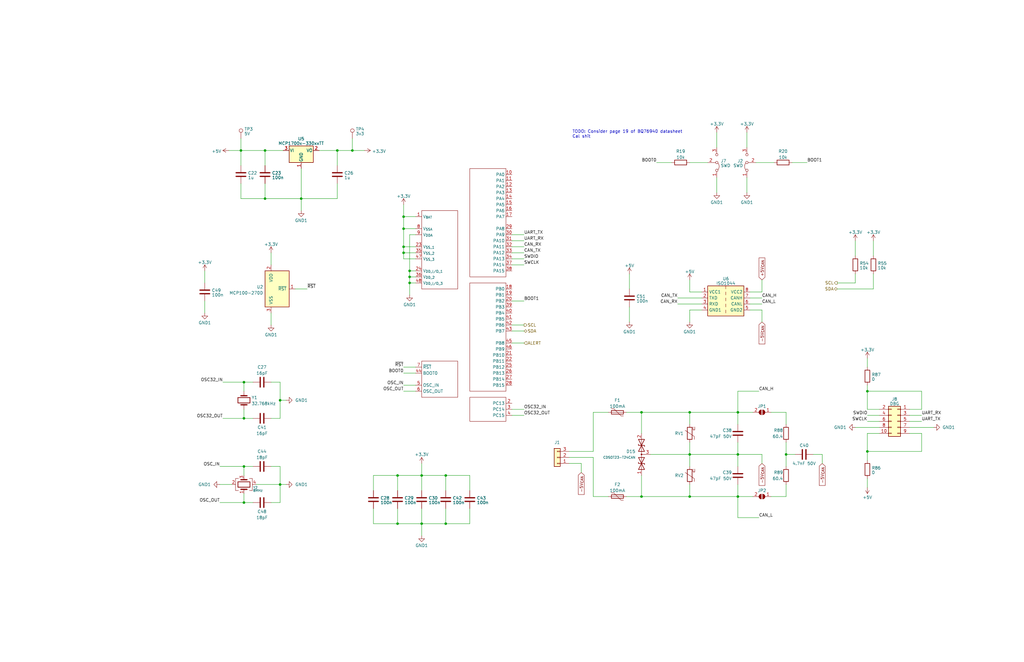
<source format=kicad_sch>
(kicad_sch (version 20230121) (generator eeschema)
  (paper "B")
  (junction (at 311.15 173.99))
  (junction (at 127 83.82))
  (junction (at 177.8 220.98))
  (junction (at 311.15 191.77))
  (junction (at 142.24 63.5))
  (junction (at 102.87 161.29))
  (junction (at 102.87 176.53))
  (junction (at 172.72 116.84))
  (junction (at 102.87 212.09))
  (junction (at 270.51 173.99))
  (junction (at 331.47 191.77))
  (junction (at 170.18 91.44))
  (junction (at 290.83 173.99))
  (junction (at 170.18 104.14))
  (junction (at 187.96 220.98))
  (junction (at 102.87 196.85))
  (junction (at 177.8 200.66))
  (junction (at 167.64 220.98))
  (junction (at 170.18 96.52))
  (junction (at 290.83 209.55))
  (junction (at 148.59 63.5))
  (junction (at 118.11 204.47))
  (junction (at 172.72 119.38))
  (junction (at 365.76 165.1))
  (junction (at 111.76 83.82))
  (junction (at 290.83 191.77))
  (junction (at 101.6 63.5))
  (junction (at 118.11 168.91))
  (junction (at 111.76 63.5))
  (junction (at 270.51 209.55))
  (junction (at 172.72 114.3))
  (junction (at 365.76 190.5))
  (junction (at 167.64 200.66))
  (junction (at 311.15 209.55))
  (junction (at 187.96 200.66))
  (junction (at 170.18 106.68))
  (wire (pts (xy 102.87 176.53) (xy 106.68 176.53)))
  (wire (pts (xy 118.11 196.85) (xy 118.11 204.47)))
  (wire (pts (xy 270.51 209.55) (xy 290.83 209.55)))
  (wire (pts (xy 142.24 77.47) (xy 142.24 83.82)))
  (wire (pts (xy 331.47 173.99) (xy 325.12 173.99)))
  (wire (pts (xy 302.26 55.88) (xy 302.26 62.23)))
  (wire (pts (xy 383.54 177.8) (xy 388.62 177.8)))
  (wire (pts (xy 187.96 220.98) (xy 187.96 214.63)))
  (wire (pts (xy 295.91 128.27) (xy 285.75 128.27)))
  (wire (pts (xy 250.19 173.99) (xy 256.54 173.99)))
  (wire (pts (xy 383.54 172.72) (xy 388.62 172.72)))
  (wire (pts (xy 365.76 182.88) (xy 365.76 190.5)))
  (wire (pts (xy 368.3 101.6) (xy 368.3 107.95)))
  (wire (pts (xy 295.91 125.73) (xy 285.75 125.73)))
  (wire (pts (xy 331.47 204.47) (xy 331.47 209.55)))
  (wire (pts (xy 311.15 204.47) (xy 311.15 209.55)))
  (wire (pts (xy 311.15 165.1) (xy 311.15 173.99)))
  (wire (pts (xy 198.12 220.98) (xy 198.12 214.63)))
  (wire (pts (xy 368.3 115.57) (xy 368.3 121.92)))
  (wire (pts (xy 172.72 119.38) (xy 172.72 116.84)))
  (wire (pts (xy 118.11 176.53) (xy 118.11 168.91)))
  (wire (pts (xy 331.47 209.55) (xy 325.12 209.55)))
  (wire (pts (xy 92.71 212.09) (xy 102.87 212.09)))
  (wire (pts (xy 250.19 209.55) (xy 256.54 209.55)))
  (wire (pts (xy 353.06 121.92) (xy 368.3 121.92)))
  (wire (pts (xy 102.87 165.1) (xy 102.87 161.29)))
  (wire (pts (xy 311.15 173.99) (xy 317.5 173.99)))
  (wire (pts (xy 220.98 172.72) (xy 215.9 172.72)))
  (wire (pts (xy 170.18 165.1) (xy 175.26 165.1)))
  (wire (pts (xy 172.72 116.84) (xy 175.26 116.84)))
  (wire (pts (xy 290.83 68.58) (xy 298.45 68.58)))
  (wire (pts (xy 111.76 63.5) (xy 119.38 63.5)))
  (wire (pts (xy 365.76 151.13) (xy 365.76 154.94)))
  (wire (pts (xy 388.62 182.88) (xy 383.54 182.88)))
  (wire (pts (xy 340.36 68.58) (xy 334.01 68.58)))
  (wire (pts (xy 170.18 96.52) (xy 170.18 104.14)))
  (wire (pts (xy 321.31 123.19) (xy 316.23 123.19)))
  (wire (pts (xy 167.64 200.66) (xy 167.64 207.01)))
  (wire (pts (xy 331.47 191.77) (xy 335.28 191.77)))
  (wire (pts (xy 92.71 196.85) (xy 102.87 196.85)))
  (wire (pts (xy 388.62 182.88) (xy 388.62 190.5)))
  (wire (pts (xy 86.36 127) (xy 86.36 132.08)))
  (wire (pts (xy 167.64 214.63) (xy 167.64 220.98)))
  (wire (pts (xy 365.76 162.56) (xy 365.76 165.1)))
  (wire (pts (xy 388.62 165.1) (xy 388.62 172.72)))
  (wire (pts (xy 102.87 200.66) (xy 102.87 196.85)))
  (wire (pts (xy 111.76 63.5) (xy 111.76 69.85)))
  (wire (pts (xy 198.12 200.66) (xy 187.96 200.66)))
  (wire (pts (xy 250.19 193.04) (xy 240.03 193.04)))
  (wire (pts (xy 331.47 186.69) (xy 331.47 191.77)))
  (wire (pts (xy 172.72 114.3) (xy 175.26 114.3)))
  (wire (pts (xy 118.11 161.29) (xy 118.11 168.91)))
  (wire (pts (xy 170.18 157.48) (xy 175.26 157.48)))
  (wire (pts (xy 170.18 104.14) (xy 170.18 106.68)))
  (wire (pts (xy 311.15 209.55) (xy 317.5 209.55)))
  (wire (pts (xy 316.23 128.27) (xy 321.31 128.27)))
  (wire (pts (xy 157.48 214.63) (xy 157.48 220.98)))
  (wire (pts (xy 170.18 162.56) (xy 175.26 162.56)))
  (wire (pts (xy 118.11 212.09) (xy 118.11 204.47)))
  (wire (pts (xy 265.43 115.57) (xy 265.43 121.92)))
  (wire (pts (xy 360.68 180.34) (xy 370.84 180.34)))
  (wire (pts (xy 311.15 173.99) (xy 311.15 179.07)))
  (wire (pts (xy 102.87 161.29) (xy 106.68 161.29)))
  (wire (pts (xy 101.6 77.47) (xy 101.6 83.82)))
  (wire (pts (xy 172.72 99.06) (xy 175.26 99.06)))
  (wire (pts (xy 177.8 220.98) (xy 177.8 226.06)))
  (wire (pts (xy 245.11 199.39) (xy 245.11 195.58)))
  (wire (pts (xy 114.3 106.68) (xy 114.3 111.76)))
  (wire (pts (xy 290.83 130.81) (xy 295.91 130.81)))
  (wire (pts (xy 114.3 212.09) (xy 118.11 212.09)))
  (wire (pts (xy 86.36 114.3) (xy 86.36 119.38)))
  (wire (pts (xy 187.96 220.98) (xy 198.12 220.98)))
  (wire (pts (xy 311.15 186.69) (xy 311.15 191.77)))
  (wire (pts (xy 346.71 191.77) (xy 342.9 191.77)))
  (wire (pts (xy 215.9 137.16) (xy 220.98 137.16)))
  (wire (pts (xy 167.64 220.98) (xy 177.8 220.98)))
  (wire (pts (xy 172.72 119.38) (xy 172.72 124.46)))
  (wire (pts (xy 250.19 193.04) (xy 250.19 209.55)))
  (wire (pts (xy 102.87 212.09) (xy 106.68 212.09)))
  (wire (pts (xy 290.83 135.89) (xy 290.83 130.81)))
  (wire (pts (xy 172.72 114.3) (xy 172.72 99.06)))
  (wire (pts (xy 167.64 200.66) (xy 177.8 200.66)))
  (wire (pts (xy 365.76 175.26) (xy 370.84 175.26)))
  (wire (pts (xy 177.8 214.63) (xy 177.8 220.98)))
  (wire (pts (xy 215.9 101.6) (xy 220.98 101.6)))
  (wire (pts (xy 314.96 62.23) (xy 314.96 55.88)))
  (wire (pts (xy 331.47 191.77) (xy 331.47 196.85)))
  (wire (pts (xy 321.31 118.11) (xy 321.31 123.19)))
  (wire (pts (xy 148.59 63.5) (xy 153.67 63.5)))
  (wire (pts (xy 111.76 77.47) (xy 111.76 83.82)))
  (wire (pts (xy 264.16 173.99) (xy 270.51 173.99)))
  (wire (pts (xy 157.48 200.66) (xy 157.48 207.01)))
  (wire (pts (xy 198.12 207.01) (xy 198.12 200.66)))
  (wire (pts (xy 383.54 175.26) (xy 388.62 175.26)))
  (wire (pts (xy 318.77 68.58) (xy 326.39 68.58)))
  (wire (pts (xy 290.83 191.77) (xy 274.32 191.77)))
  (wire (pts (xy 96.52 63.5) (xy 101.6 63.5)))
  (wire (pts (xy 331.47 179.07) (xy 331.47 173.99)))
  (wire (pts (xy 311.15 191.77) (xy 311.15 196.85)))
  (wire (pts (xy 220.98 127) (xy 215.9 127)))
  (wire (pts (xy 346.71 191.77) (xy 346.71 195.58)))
  (wire (pts (xy 311.15 191.77) (xy 321.31 191.77)))
  (wire (pts (xy 215.9 104.14) (xy 220.98 104.14)))
  (wire (pts (xy 365.76 190.5) (xy 365.76 194.31)))
  (wire (pts (xy 311.15 209.55) (xy 311.15 218.44)))
  (wire (pts (xy 101.6 63.5) (xy 101.6 69.85)))
  (wire (pts (xy 177.8 220.98) (xy 187.96 220.98)))
  (wire (pts (xy 114.3 161.29) (xy 118.11 161.29)))
  (wire (pts (xy 102.87 196.85) (xy 106.68 196.85)))
  (wire (pts (xy 365.76 165.1) (xy 365.76 172.72)))
  (wire (pts (xy 321.31 135.89) (xy 321.31 130.81)))
  (wire (pts (xy 142.24 63.5) (xy 148.59 63.5)))
  (wire (pts (xy 118.11 168.91) (xy 120.65 168.91)))
  (wire (pts (xy 270.51 173.99) (xy 290.83 173.99)))
  (wire (pts (xy 290.83 191.77) (xy 311.15 191.77)))
  (wire (pts (xy 215.9 111.76) (xy 220.98 111.76)))
  (wire (pts (xy 170.18 106.68) (xy 170.18 109.22)))
  (wire (pts (xy 102.87 208.28) (xy 102.87 212.09)))
  (wire (pts (xy 311.15 218.44) (xy 320.04 218.44)))
  (wire (pts (xy 170.18 91.44) (xy 170.18 96.52)))
  (wire (pts (xy 383.54 180.34) (xy 393.7 180.34)))
  (wire (pts (xy 170.18 96.52) (xy 175.26 96.52)))
  (wire (pts (xy 240.03 190.5) (xy 250.19 190.5)))
  (wire (pts (xy 240.03 195.58) (xy 245.11 195.58)))
  (wire (pts (xy 220.98 175.26) (xy 215.9 175.26)))
  (wire (pts (xy 290.83 186.69) (xy 290.83 191.77)))
  (wire (pts (xy 290.83 209.55) (xy 311.15 209.55)))
  (wire (pts (xy 93.98 176.53) (xy 102.87 176.53)))
  (wire (pts (xy 97.79 204.47) (xy 92.71 204.47)))
  (wire (pts (xy 321.31 130.81) (xy 316.23 130.81)))
  (wire (pts (xy 93.98 161.29) (xy 102.87 161.29)))
  (wire (pts (xy 265.43 129.54) (xy 265.43 135.89)))
  (wire (pts (xy 365.76 165.1) (xy 388.62 165.1)))
  (wire (pts (xy 167.64 200.66) (xy 157.48 200.66)))
  (wire (pts (xy 365.76 182.88) (xy 370.84 182.88)))
  (wire (pts (xy 177.8 200.66) (xy 177.8 207.01)))
  (wire (pts (xy 270.51 200.66) (xy 270.51 209.55)))
  (wire (pts (xy 124.46 121.92) (xy 129.54 121.92)))
  (wire (pts (xy 187.96 207.01) (xy 187.96 200.66)))
  (wire (pts (xy 175.26 154.94) (xy 170.18 154.94)))
  (wire (pts (xy 101.6 63.5) (xy 111.76 63.5)))
  (wire (pts (xy 290.83 173.99) (xy 311.15 173.99)))
  (wire (pts (xy 360.68 115.57) (xy 360.68 119.38)))
  (wire (pts (xy 264.16 209.55) (xy 270.51 209.55)))
  (wire (pts (xy 290.83 123.19) (xy 295.91 123.19)))
  (wire (pts (xy 276.86 68.58) (xy 283.21 68.58)))
  (wire (pts (xy 290.83 191.77) (xy 290.83 196.85)))
  (wire (pts (xy 365.76 172.72) (xy 370.84 172.72)))
  (wire (pts (xy 142.24 63.5) (xy 142.24 69.85)))
  (wire (pts (xy 127 83.82) (xy 142.24 83.82)))
  (wire (pts (xy 215.9 139.7) (xy 220.98 139.7)))
  (wire (pts (xy 215.9 106.68) (xy 220.98 106.68)))
  (wire (pts (xy 111.76 83.82) (xy 127 83.82)))
  (wire (pts (xy 170.18 106.68) (xy 175.26 106.68)))
  (wire (pts (xy 101.6 83.82) (xy 111.76 83.82)))
  (wire (pts (xy 148.59 58.42) (xy 148.59 63.5)))
  (wire (pts (xy 290.83 118.11) (xy 290.83 123.19)))
  (wire (pts (xy 170.18 109.22) (xy 175.26 109.22)))
  (wire (pts (xy 101.6 58.42) (xy 101.6 63.5)))
  (wire (pts (xy 215.9 109.22) (xy 220.98 109.22)))
  (wire (pts (xy 114.3 196.85) (xy 118.11 196.85)))
  (wire (pts (xy 270.51 173.99) (xy 270.51 182.88)))
  (wire (pts (xy 365.76 190.5) (xy 388.62 190.5)))
  (wire (pts (xy 118.11 204.47) (xy 120.65 204.47)))
  (wire (pts (xy 134.62 63.5) (xy 142.24 63.5)))
  (wire (pts (xy 172.72 116.84) (xy 172.72 114.3)))
  (wire (pts (xy 157.48 220.98) (xy 167.64 220.98)))
  (wire (pts (xy 250.19 190.5) (xy 250.19 173.99)))
  (wire (pts (xy 321.31 191.77) (xy 321.31 195.58)))
  (wire (pts (xy 316.23 125.73) (xy 321.31 125.73)))
  (wire (pts (xy 114.3 132.08) (xy 114.3 137.16)))
  (wire (pts (xy 187.96 200.66) (xy 177.8 200.66)))
  (wire (pts (xy 311.15 165.1) (xy 320.04 165.1)))
  (wire (pts (xy 365.76 201.93) (xy 365.76 205.74)))
  (wire (pts (xy 170.18 86.36) (xy 170.18 91.44)))
  (wire (pts (xy 302.26 74.93) (xy 302.26 81.28)))
  (wire (pts (xy 127 83.82) (xy 127 88.9)))
  (wire (pts (xy 215.9 144.78) (xy 220.98 144.78)))
  (wire (pts (xy 365.76 177.8) (xy 370.84 177.8)))
  (wire (pts (xy 290.83 204.47) (xy 290.83 209.55)))
  (wire (pts (xy 353.06 119.38) (xy 360.68 119.38)))
  (wire (pts (xy 114.3 176.53) (xy 118.11 176.53)))
  (wire (pts (xy 360.68 101.6) (xy 360.68 107.95)))
  (wire (pts (xy 314.96 74.93) (xy 314.96 81.28)))
  (wire (pts (xy 170.18 104.14) (xy 175.26 104.14)))
  (wire (pts (xy 170.18 91.44) (xy 175.26 91.44)))
  (wire (pts (xy 172.72 119.38) (xy 175.26 119.38)))
  (wire (pts (xy 102.87 172.72) (xy 102.87 176.53)))
  (wire (pts (xy 215.9 99.06) (xy 220.98 99.06)))
  (wire (pts (xy 177.8 195.58) (xy 177.8 200.66)))
  (wire (pts (xy 290.83 173.99) (xy 290.83 179.07)))
  (wire (pts (xy 127 71.12) (xy 127 83.82)))
  (wire (pts (xy 107.95 204.47) (xy 118.11 204.47)))
  (text "TODO: Consider page 19 of BQ76940 datasheet\nCal shit" (at 241.3 58.42 0) (effects (font (size 1.27 1.27)) (justify left bottom)))
  (label "CAN_L" (at 320.04 218.44 0))
  (label "UART_TX" (at 388.62 177.8 0))
  (label "OSC_IN" (at 170.18 162.56 180))
  (label "SWDIO" (at 365.76 175.26 180))
  (label "CAN_H" (at 321.31 125.73 0))
  (label "SWCLK" (at 365.76 177.8 180))
  (label "OSC_OUT" (at 170.18 165.1 180))
  (label "CAN_RX" (at 285.75 128.27 180))
  (label "SWCLK" (at 220.98 111.76 0))
  (label "BOOT1" (at 220.98 127 0))
  (label "OSC32_OUT" (at 220.98 175.26 0))
  (label "~{RST}" (at 170.18 154.94 180))
  (label "UART_TX" (at 220.98 99.06 0))
  (label "~{RST}" (at 129.54 121.92 0))
  (label "CAN_H" (at 320.04 165.1 0))
  (label "UART_RX" (at 220.98 101.6 0))
  (label "BOOT1" (at 340.36 68.58 0))
  (label "OSC32_OUT" (at 93.98 176.53 180))
  (label "OSC_IN" (at 92.71 196.85 180))
  (label "OSC32_IN" (at 93.98 161.29 180))
  (label "OSC_OUT" (at 92.71 212.09 180))
  (label "BOOT0" (at 170.18 157.48 180))
  (label "SWDIO" (at 220.98 109.22 0))
  (label "BOOT0" (at 276.86 68.58 180))
  (label "OSC32_IN" (at 220.98 172.72 0))
  (label "CAN_TX" (at 285.75 125.73 180))
  (label "CAN_RX" (at 220.98 104.14 0))
  (label "UART_RX" (at 388.62 175.26 0))
  (label "CAN_TX" (at 220.98 106.68 0))
  (label "CAN_L" (at 321.31 128.27 0))
  (global_label "-5V_{CAN}" (shape input) (at 346.71 195.58 270) (property "Intersheetrefs" "${INTERSHEET_REFS}" (effects hide)))
  (global_label "+5V_{CAN}" (shape input) (at 321.31 118.11 90) (property "Intersheetrefs" "${INTERSHEET_REFS}" (effects hide)))
  (global_label "-5V_{CAN}" (shape input) (at 245.11 199.39 270) (property "Intersheetrefs" "${INTERSHEET_REFS}" (effects hide)))
  (global_label "-5V_{CAN}" (shape input) (at 321.31 135.89 270) (property "Intersheetrefs" "${INTERSHEET_REFS}" (effects hide)))
  (global_label "-5V_{CAN}" (shape input) (at 321.31 195.58 270) (property "Intersheetrefs" "${INTERSHEET_REFS}" (effects hide)))
  (hierarchical_label "SCL" (shape output) (at 220.98 137.16 0))
  (hierarchical_label "ALERT" (shape input) (at 220.98 144.78 0))
  (hierarchical_label "SCL" (shape output) (at 353.06 119.38 180))
  (hierarchical_label "SDA" (shape bidirectional) (at 353.06 121.92 180))
  (hierarchical_label "SDA" (shape bidirectional) (at 220.98 139.7 0))
  (symbol (lib_id "Device:R") (at 287.02 68.58 90) (unit 1)
    (property "Reference" "R19" (at 287.02 63.8642 90))
    (property "Value" "10k" (at 287.02 66.4011 90))
    (property "Footprint" "Resistor_SMD:R_0603_1608Metric" (effects hide))
    (property "Datasheet" "https://www.mouser.com/datasheet/2/219/RK73H-1825326.pdf" (effects hide))
    (property "Mouser" "https://www.mouser.com/ProductDetail/KOA-Speer/RK73H1JTTD1002F?qs=sGAEpiMZZMtlubZbdhIBINkEv%252BGnJSJCzf6arQIEEEA%3D" (effects hide))
    (property "Part Number" "RK73H1JTTD1002F" (effects hide))
    (property "Rating" "100mW" (effects hide))
  )
  (symbol (lib_id "qtech:CH32V203CxT6") (at 205.74 93.98 0) (unit 1)
    (property "Reference" "U3" (effects hide))
    (property "Value" "CH32V203CxT6" (effects hide))
    (property "Footprint" "Package_QFP:LQFP-48_7x7mm_P0.5mm" (effects hide))
    (property "Datasheet" "http://www.wch-ic.com/downloads/file/354.html" (effects hide))
    (property "Mouser" "-" (effects hide))
    (property "Part Number" "CH32V203C8T6" (effects hide))
  )
  (symbol (lib_id "Device:Crystal") (at 102.87 168.91 90) (unit 1)
    (property "Reference" "Y1" (at 106.045 167.767 90) (effects (justify right)))
    (property "Value" "32.768kHz" (at 106.045 170.307 90) (effects (justify right)))
    (property "Footprint" "Crystal:Crystal_SMD_3215-2Pin_3.2x1.5mm" (effects hide))
    (property "Datasheet" "https://www.mouser.com/datasheet/2/3/ABS07AIG-3215092.pdf" (effects hide))
    (property "Mouser" "https://www.mouser.com/ProductDetail/ABRACON/ABS07AIG-32.768KHZ-T?qs=gG6m684uYP5oqwgXl1V4Jg%3D%3D" (effects hide))
    (property "Part Number" "ABS07AIG-32.768KHZ-T" (effects hide))
  )
  (symbol (lib_id "power:GND1") (at 92.71 204.47 270) (unit 1)
    (property "Reference" "#PWR016" (effects hide))
    (property "Value" "GND1" (at 88.9 204.47 90) (effects (justify right)))
  )
  (symbol (lib_id "power:GND1") (at 127 88.9 0) (unit 1)
    (property "Reference" "#PWR010" (effects hide))
    (property "Value" "GND1" (at 127 93.0355 0))
    (instances (project "bms" (path "" (reference "#PWR010") (unit 1)) (path "" (reference "#PWR020") (unit 1))))
  )
  (symbol (lib_id "Device:C") (at 265.43 125.73 0) (unit 1)
    (property "Reference" "C51" (at 268.351 125.0863 0) (effects (justify left)))
    (property "Value" "100n" (at 268.351 127.0073 0) (effects (justify left)))
    (property "Footprint" "Capacitor_SMD:C_0603_1608Metric" (effects hide))
    (property "Datasheet" "https://www.mouser.com/datasheet/2/40/X7RDielectric-2943470.pdf" (effects hide))
    (property "Mouser" "https://www.mouser.com/ProductDetail/KYOCERA-AVX/06035C104KAT2A?qs=sGAEpiMZZMs7ZEmUmaUL07F2qgI%252BUofJK2BrtL3gRPE%3D" (effects hide))
    (property "Part Number" "06035C104KAT2A" (effects hide))
    (property "Rating" "50V" (effects hide))
  )
  (symbol (lib_id "Connector:TestPoint") (at 148.59 58.42 0) (unit 1)
    (property "Reference" "TP4" (at 149.987 54.4743 0) (effects (justify left)))
    (property "Value" "3v3" (at 149.987 56.3953 0) (effects (justify left)))
    (property "Footprint" "TestPoint:TestPoint_Pad_D1.5mm" (effects hide))
  )
  (symbol (lib_id "power:GND1") (at 393.7 180.34 90) (unit 1)
    (property "Reference" "#PWR010" (effects hide))
    (property "Value" "GND1" (at 400.05 180.34 90))
    (instances (project "bms" (path "" (reference "#PWR010") (unit 1)) (path "" (reference "#PWR051") (unit 1))))
  )
  (symbol (lib_id "Device:R") (at 368.3 111.76 180) (unit 1)
    (property "Reference" "R55" (at 370.078 111.1163 0) (effects (justify right)))
    (property "Value" "10k" (at 370.078 113.0373 0) (effects (justify right)))
    (property "Footprint" "Resistor_SMD:R_0603_1608Metric" (effects hide))
    (property "Datasheet" "https://www.mouser.com/datasheet/2/219/RK73H-1825326.pdf" (effects hide))
    (property "Mouser" "https://www.mouser.com/ProductDetail/KOA-Speer/RK73H1JTTD1002F?qs=sGAEpiMZZMtlubZbdhIBINkEv%252BGnJSJCzf6arQIEEEA%3D" (effects hide))
    (property "Part Number" "RK73H1JTTD1002F" (effects hide))
    (property "Rating" "100mW" (effects hide))
  )
  (symbol (lib_id "Device:C") (at 167.64 210.82 0) (unit 1)
    (property "Reference" "C29" (at 170.561 210.1763 0) (effects (justify left)))
    (property "Value" "100n" (at 170.561 212.0973 0) (effects (justify left)))
    (property "Footprint" "Capacitor_SMD:C_0603_1608Metric" (effects hide))
    (property "Datasheet" "https://www.mouser.com/datasheet/2/40/X7RDielectric-2943470.pdf" (effects hide))
    (property "Mouser" "https://www.mouser.com/ProductDetail/KYOCERA-AVX/06035C104KAT2A?qs=sGAEpiMZZMs7ZEmUmaUL07F2qgI%252BUofJK2BrtL3gRPE%3D" (effects hide))
    (property "Part Number" "06035C104KAT2A" (effects hide))
    (property "Rating" "50V" (effects hide))
  )
  (symbol (lib_id "Device:Crystal_GND24") (at 102.87 204.47 90) (unit 1)
    (property "Reference" "Y2" (at 106.68 205.74 90) (effects (font (size 1 1)) (justify right)))
    (property "Value" "8MHz" (at 106.68 207.01 90) (effects (font (size 1 1)) (justify right)))
    (property "Footprint" "Crystal:Crystal_SMD_Abracon_ABM3C-4Pin_5.0x3.2mm" (effects hide))
    (property "Datasheet" "https://www.mouser.com/datasheet/2/3/ABM3BAIG-1608910.pdf" (effects hide))
    (property "Mouser" "https://www.mouser.com/ProductDetail/ABRACON/ABM3BAIG-8.000MHZ-1Z-T?qs=uwxL4vQweFMtl1NAFNP1Qg%3D%3D" (effects hide))
    (property "Part Number" "ABM3BAIG-8.000MHZ-1Z-T" (effects hide))
  )
  (symbol (lib_id "qtech:CH32V203CxT6") (at 205.74 142.24 0) (unit 2)
    (property "Reference" "U3" (effects hide))
    (property "Value" "CH32V203CxT6" (effects hide))
    (property "Footprint" "Package_QFP:LQFP-48_7x7mm_P0.5mm" (effects hide))
    (property "Datasheet" "http://www.wch-ic.com/downloads/file/354.html" (effects hide))
    (property "Mouser" "-" (effects hide))
    (property "Part Number" "CH32V203C8T6" (effects hide))
  )
  (symbol (lib_id "Regulator_Linear:MCP1700x-330xxTT") (at 127 63.5 0) (unit 1)
    (property "Reference" "U5" (at 127 58.5851 0))
    (property "Value" "MCP1700x-330xxTT" (at 127 60.5061 0))
    (property "Footprint" "Package_TO_SOT_SMD:SOT-23" (effects hide))
    (property "Datasheet" "http://ww1.microchip.com/downloads/en/DeviceDoc/20001826D.pdf" (effects hide))
    (property "Mouser" "https://www.mouser.com/ProductDetail/Microchip-Technology/MCP1700T-3302E-TT?qs=fM4xO01eazPmCNDrdHEdaw%3D%3D" (effects hide))
    (property "Part Number" "MCP1700T-3302E/TT " (effects hide))
  )
  (symbol (lib_id "power:GND1") (at 302.26 81.28 0) (unit 1)
    (property "Reference" "#PWR010" (effects hide))
    (property "Value" "GND1" (at 302.26 85.4155 0))
    (instances (project "bms" (path "" (reference "#PWR010") (unit 1)) (path "" (reference "#PWR022") (unit 1))))
  )
  (symbol (lib_id "qtech:CH32V203CxT6") (at 185.42 106.68 0) (unit 5)
    (property "Reference" "U3" (effects hide))
    (property "Value" "CH32V203CxT6" (effects hide))
    (property "Footprint" "Package_QFP:LQFP-48_7x7mm_P0.5mm" (effects hide))
    (property "Datasheet" "http://www.wch-ic.com/downloads/file/354.html" (effects hide))
    (property "Mouser" "-" (effects hide))
    (property "Part Number" "CH32V203C8T6" (effects hide))
  )
  (symbol (lib_id "Jumper:SolderJumper_2_Open") (at 321.31 173.99 0) (mirror y) (unit 1) (in_bom no)
    (property "Reference" "JP1" (at 321.31 171.45 0))
    (property "Value" "SolderJumper_2_Open" (effects hide))
    (property "Footprint" "Jumper:SolderJumper-2_P1.3mm_Open_RoundedPad1.0x1.5mm" (effects hide))
    (instances (project "bms" (path "" (reference "JP1") (unit 1))) (project "bcu" (path "" (reference "JP?") (unit 1)) (path "" (reference "JP3") (unit 1))))
  )
  (symbol (lib_id "Device:C") (at 110.49 196.85 90) (unit 1)
    (property "Reference" "C44" (at 110.49 190.5 90))
    (property "Value" "18pF" (at 110.49 193.04 90))
    (property "Footprint" "Capacitor_SMD:C_0402_1005Metric" (effects hide))
    (property "Datasheet" "https://www.mouser.com/datasheet/2/281/1/GCM1555C1H180JA16_01A-3141227.pdf" (effects hide))
    (property "Mouser" "https://www.mouser.com/ProductDetail/Murata-Electronics/GCM1555C1H180JA16D?qs=jDWTHf1mkXbaTEL17L%2FL8A%3D%3D" (effects hide))
    (property "Part Number" "GCM1555C1H180JA16D" (effects hide))
    (instances (project "bms" (path "" (reference "C44") (unit 1))) (project "bcu" (path "" (reference "C10") (unit 1))))
  )
  (symbol (lib_id "Device:C") (at 142.24 73.66 0) (unit 1)
    (property "Reference" "C26" (at 145.161 73.0163 0) (effects (justify left)))
    (property "Value" "1u" (at 145.161 74.9373 0) (effects (justify left)))
    (property "Footprint" "Capacitor_SMD:C_0603_1608Metric" (effects hide))
    (property "Datasheet" "https://www.mouser.com/datasheet/2/585/MLCC-1837944.pdf" (effects hide))
    (property "Mouser" "https://www.mouser.com/ProductDetail/Samsung-Electro-Mechanics/CL10B105KA8NNND?qs=sGAEpiMZZMs7ZEmUmaUL03JOSOi7G3a3Pbmf%252BVZ%2FyZWWNareYBTNVg%3D%3D" (effects hide))
    (property "Part Number" "CL10B105KA8NNND" (effects hide))
    (property "Rating" "25V" (effects hide))
  )
  (symbol (lib_id "Device:C") (at 311.15 182.88 0) (mirror y) (unit 1)
    (property "Reference" "C38" (at 308.61 181.61 0) (effects (justify left)))
    (property "Value" "47pF 50V" (at 308.61 184.15 0) (effects (justify left)))
    (property "Footprint" "Capacitor_SMD:C_0402_1005Metric" (effects hide))
    (property "Datasheet" "https://www.mouser.com/datasheet/2/281/1/GRT1555C1H470JA02_01A-3157872.pdf" (effects hide))
    (property "Mouser" "https://www.mouser.com/ProductDetail/Murata-Electronics/GRT1555C1H470JA02D?qs=qkDYIeTQ%252BEmwVxkhIB%2FZ%2Fg%3D%3D" (effects hide))
    (property "Part Number" "GRT1555C1H470JA02D" (effects hide))
    (instances (project "bms" (path "" (reference "C38") (unit 1))) (project "bcu" (path "" (reference "C?") (unit 1)) (path "" (reference "C21") (unit 1))))
  )
  (symbol (lib_id "Connector_Generic:Conn_02x05_Odd_Even") (at 378.46 177.8 0) (mirror y) (unit 1)
    (property "Reference" "J8" (at 377.19 168.4401 0))
    (property "Value" "DBG" (at 377.19 170.3611 0))
    (property "Footprint" "Connector_PinSocket_2.54mm:PinSocket_2x05_P2.54mm_Vertical" (effects hide))
  )
  (symbol (lib_id "Connector_Generic:Conn_01x03") (at 234.95 193.04 180) (unit 1)
    (property "Reference" "J1" (at 234.95 186.69 0))
    (property "Value" "Conn_01x03" (effects hide))
    (property "Footprint" "Connector_JST:JST_XA_S02B-XASK-1_1x02_P2.50mm_Horizontal" (effects hide))
    (instances (project "bms" (path "" (reference "J1") (unit 1))) (project "bcu" (path "" (reference "J3") (unit 1))))
  )
  (symbol (lib_id "power:+5V") (at 265.43 115.57 0) (unit 1)
    (property "Reference" "#PWR01" (effects hide))
    (property "Value" "+5V" (at 265.43 112.0681 0))
    (instances (project "bms" (path "" (reference "#PWR01") (unit 1)) (path "" (reference "#PWR040") (unit 1))))
  )
  (symbol (lib_id "qtech:CH32V203CxT6") (at 185.42 160.02 0) (unit 4)
    (property "Reference" "U3" (effects hide))
    (property "Value" "CH32V203CxT6" (effects hide))
    (property "Footprint" "Package_QFP:LQFP-48_7x7mm_P0.5mm" (effects hide))
    (property "Datasheet" "http://www.wch-ic.com/downloads/file/354.html" (effects hide))
    (property "Mouser" "-" (effects hide))
    (property "Part Number" "CH32V203C8T6" (effects hide))
  )
  (symbol (lib_id "power:+3.3V") (at 177.8 195.58 0) (unit 1)
    (property "Reference" "#PWR036" (effects hide))
    (property "Value" "+3.3V" (at 177.8 191.77 0))
  )
  (symbol (lib_id "power:GND1") (at 177.8 226.06 0) (unit 1)
    (property "Reference" "#PWR010" (effects hide))
    (property "Value" "GND1" (at 177.8 230.1955 0))
    (instances (project "bms" (path "" (reference "#PWR010") (unit 1)) (path "" (reference "#PWR015") (unit 1))))
  )
  (symbol (lib_id "Device:R") (at 331.47 200.66 0) (mirror y) (unit 1)
    (property "Reference" "R89" (at 330.2 199.39 0) (effects (justify left)))
    (property "Value" "60.4" (at 330.2 201.93 0) (effects (justify left)))
    (property "Footprint" "Resistor_SMD:R_0603_1608Metric" (effects hide))
    (property "Datasheet" "https://www.vishay.com/doc?20035" (effects hide))
    (property "Mouser" "https://www.mouser.com/ProductDetail/Vishay-Dale/CRCW060360R4FKEA?qs=6fyMJ9%2FiJ9KMVX8MBWVfDg%3D%3D" (effects hide))
    (property "Part Number" "CRCW060360R4FKEA" (effects hide))
    (instances (project "bms" (path "" (reference "R89") (unit 1))) (project "bcu" (path "" (reference "R?") (unit 1)) (path "" (reference "R9") (unit 1))))
  )
  (symbol (lib_id "power:+3.3V") (at 153.67 63.5 270) (unit 1)
    (property "Reference" "#PWR030" (effects hide))
    (property "Value" "+3.3V" (at 156.845 63.8168 90) (effects (justify left)))
  )
  (symbol (lib_id "Device:C") (at 86.36 123.19 0) (unit 1)
    (property "Reference" "C49" (at 89.281 122.5463 0) (effects (justify left)))
    (property "Value" "100n" (at 89.281 124.4673 0) (effects (justify left)))
    (property "Footprint" "Capacitor_SMD:C_0603_1608Metric" (effects hide))
    (property "Datasheet" "https://www.mouser.com/datasheet/2/40/X7RDielectric-2943470.pdf" (effects hide))
    (property "Mouser" "https://www.mouser.com/ProductDetail/KYOCERA-AVX/06035C104KAT2A?qs=sGAEpiMZZMs7ZEmUmaUL07F2qgI%252BUofJK2BrtL3gRPE%3D" (effects hide))
    (property "Part Number" "06035C104KAT2A" (effects hide))
    (property "Rating" "50V" (effects hide))
  )
  (symbol (lib_id "power:+5V") (at 96.52 63.5 90) (unit 1)
    (property "Reference" "#PWR01" (effects hide))
    (property "Value" "+5V" (at 93.3451 63.8168 90) (effects (justify left)))
    (instances (project "bms" (path "" (reference "#PWR01") (unit 1)) (path "" (reference "#PWR031") (unit 1))))
  )
  (symbol (lib_id "power:GND1") (at 314.96 81.28 0) (unit 1)
    (property "Reference" "#PWR010" (effects hide))
    (property "Value" "GND1" (at 314.96 85.4155 0))
    (instances (project "bms" (path "" (reference "#PWR010") (unit 1)) (path "" (reference "#PWR024") (unit 1))))
  )
  (symbol (lib_id "Device:R") (at 360.68 111.76 180) (unit 1)
    (property "Reference" "R54" (at 362.458 111.1163 0) (effects (justify right)))
    (property "Value" "10k" (at 362.458 113.0373 0) (effects (justify right)))
    (property "Footprint" "Resistor_SMD:R_0603_1608Metric" (effects hide))
    (property "Datasheet" "https://www.mouser.com/datasheet/2/219/RK73H-1825326.pdf" (effects hide))
    (property "Mouser" "https://www.mouser.com/ProductDetail/KOA-Speer/RK73H1JTTD1002F?qs=sGAEpiMZZMtlubZbdhIBINkEv%252BGnJSJCzf6arQIEEEA%3D" (effects hide))
    (property "Part Number" "RK73H1JTTD1002F" (effects hide))
    (property "Rating" "100mW" (effects hide))
  )
  (symbol (lib_id "Jumper:Jumper_3_Bridged12") (at 302.26 68.58 270) (mirror x) (unit 1)
    (property "Reference" "J7" (at 303.8861 67.9363 90) (effects (justify left)))
    (property "Value" "SWD" (at 303.8861 69.8573 90) (effects (justify left)))
    (property "Footprint" "Jumper:SolderJumper-3_P1.3mm_Bridged12_RoundedPad1.0x1.5mm" (effects hide))
  )
  (symbol (lib_id "power:GND1") (at 114.3 137.16 0) (unit 1)
    (property "Reference" "#PWR010" (effects hide))
    (property "Value" "GND1" (at 114.3 141.2955 0))
    (instances (project "bms" (path "" (reference "#PWR010") (unit 1)) (path "" (reference "#PWR037") (unit 1))))
  )
  (symbol (lib_id "power:+3.3V") (at 302.26 55.88 0) (unit 1)
    (property "Reference" "#PWR021" (effects hide))
    (property "Value" "+3.3V" (at 302.26 52.3042 0))
  )
  (symbol (lib_id "Device:C") (at 101.6 73.66 0) (unit 1)
    (property "Reference" "C22" (at 104.521 73.0163 0) (effects (justify left)))
    (property "Value" "1u" (at 104.521 74.9373 0) (effects (justify left)))
    (property "Footprint" "Capacitor_SMD:C_0603_1608Metric" (effects hide))
    (property "Datasheet" "https://www.mouser.com/datasheet/2/585/MLCC-1837944.pdf" (effects hide))
    (property "Mouser" "https://www.mouser.com/ProductDetail/Samsung-Electro-Mechanics/CL10B105KA8NNND?qs=sGAEpiMZZMs7ZEmUmaUL03JOSOi7G3a3Pbmf%252BVZ%2FyZWWNareYBTNVg%3D%3D" (effects hide))
    (property "Part Number" "CL10B105KA8NNND" (effects hide))
    (property "Rating" "25V" (effects hide))
  )
  (symbol (lib_id "power:GND1") (at 172.72 124.46 0) (unit 1)
    (property "Reference" "#PWR010" (effects hide))
    (property "Value" "GND1" (at 172.72 128.5955 0))
    (instances (project "bms" (path "" (reference "#PWR010") (unit 1)) (path "" (reference "#PWR035") (unit 1))))
  )
  (symbol (lib_id "Device:C") (at 339.09 191.77 90) (mirror x) (unit 1)
    (property "Reference" "C40" (at 339.09 187.96 90))
    (property "Value" "4.7nF 50V" (at 339.09 195.58 90))
    (property "Footprint" "Capacitor_SMD:C_0402_1005Metric" (effects hide))
    (property "Datasheet" "https://www.mouser.com/datasheet/2/281/1/GCM155R72A472KA37_01A-3142478.pdf" (effects hide))
    (property "Mouser" "https://www.mouser.com/ProductDetail/Murata-Electronics/GCM155R72A472KA37D?qs=aEuGZpxfbxUdOQVE8GeD2Q%3D%3D" (effects hide))
    (property "Part Number" "GCM155R72A472KA37D" (effects hide))
    (instances (project "bms" (path "" (reference "C40") (unit 1))) (project "bcu" (path "" (reference "C?") (unit 1)) (path "" (reference "C24") (unit 1))))
  )
  (symbol (lib_id "Device:C") (at 198.12 210.82 0) (unit 1)
    (property "Reference" "C43" (at 201.041 210.1763 0) (effects (justify left)))
    (property "Value" "100n" (at 201.041 212.0973 0) (effects (justify left)))
    (property "Footprint" "Capacitor_SMD:C_0603_1608Metric" (effects hide))
    (property "Datasheet" "https://www.mouser.com/datasheet/2/40/X7RDielectric-2943470.pdf" (effects hide))
    (property "Mouser" "https://www.mouser.com/ProductDetail/KYOCERA-AVX/06035C104KAT2A?qs=sGAEpiMZZMs7ZEmUmaUL07F2qgI%252BUofJK2BrtL3gRPE%3D" (effects hide))
    (property "Part Number" "06035C104KAT2A" (effects hide))
    (property "Rating" "50V" (effects hide))
  )
  (symbol (lib_id "power:+5V") (at 290.83 118.11 0) (unit 1)
    (property "Reference" "#PWR01" (effects hide))
    (property "Value" "+5V" (at 290.83 114.6081 0))
    (instances (project "bms" (path "" (reference "#PWR01") (unit 1)) (path "" (reference "#PWR042") (unit 1))))
  )
  (symbol (lib_id "power:+3.3V") (at 170.18 86.36 0) (unit 1)
    (property "Reference" "#PWR019" (effects hide))
    (property "Value" "+3.3V" (at 170.18 82.7842 0))
  )
  (symbol (lib_id "Device:Polyfuse") (at 260.35 209.55 270) (mirror x) (unit 1)
    (property "Reference" "F2" (at 260.35 204.47 90))
    (property "Value" "100mA" (at 260.35 207.01 90))
    (property "Footprint" "Fuse:Fuse_1206_3216Metric" (effects hide))
    (property "Datasheet" "https://www.mouser.com/datasheet/2/643/ds_CP_0ZTJ_series-1960408.pdf" (effects hide))
    (property "Mouser" "https://www.mouser.com/ProductDetail/Bel-Fuse/0ZTJ0010FF2E?qs=sPbYRqrBIVloRUc9cuHcrQ%3D%3D" (effects hide))
    (property "Part Number" "0ZTJ0010FF2E" (effects hide))
    (instances (project "bms" (path "" (reference "F2") (unit 1))) (project "bcu" (path "" (reference "F6") (unit 1))))
  )
  (symbol (lib_id "power:+3.3V") (at 114.3 106.68 0) (unit 1)
    (property "Reference" "#PWR017" (effects hide))
    (property "Value" "+3.3V" (at 114.3 103.1042 0))
  )
  (symbol (lib_id "Device:C") (at 110.49 212.09 90) (unit 1)
    (property "Reference" "C48" (at 110.49 215.9 90))
    (property "Value" "18pF" (at 110.49 218.44 90))
    (property "Footprint" "Capacitor_SMD:C_0402_1005Metric" (effects hide))
    (property "Datasheet" "https://www.mouser.com/datasheet/2/281/1/GCM1555C1H180JA16_01A-3141227.pdf" (effects hide))
    (property "Mouser" "https://www.mouser.com/ProductDetail/Murata-Electronics/GCM1555C1H180JA16D?qs=jDWTHf1mkXbaTEL17L%2FL8A%3D%3D" (effects hide))
    (property "Part Number" "GCM1555C1H180JA16D" (effects hide))
    (instances (project "bms" (path "" (reference "C48") (unit 1))) (project "bcu" (path "" (reference "C11") (unit 1))))
  )
  (symbol (lib_id "qtech:ISO1044") (at 306.07 125.73 0) (unit 1)
    (property "Reference" "U6" (at 306.07 117.6401 0))
    (property "Value" "ISO1044" (at 306.07 119.5611 0))
    (property "Footprint" "Package_SO:SOIC-8_3.9x4.9mm_P1.27mm" (effects hide))
    (property "Datasheet" "https://www.ti.com/lit/ds/symlink/iso1044.pdf" (effects hide))
    (property "Mouser" "https://www.mouser.com/ProductDetail/Texas-Instruments/ISO1044BD?qs=W%2FMpXkg%252BdQ6CUu0TGf8UTA%3D%3D" (effects hide))
    (property "Part Number" "ISO1044BD" (effects hide))
  )
  (symbol (lib_id "power:+3.3V") (at 314.96 55.88 0) (unit 1)
    (property "Reference" "#PWR023" (effects hide))
    (property "Value" "+3.3V" (at 314.96 52.3042 0))
  )
  (symbol (lib_id "power:+3.3V") (at 360.68 101.6 0) (unit 1)
    (property "Reference" "#PWR026" (effects hide))
    (property "Value" "+3.3V" (at 360.68 98.0242 0))
  )
  (symbol (lib_id "Device:R") (at 330.2 68.58 270) (unit 1)
    (property "Reference" "R20" (at 330.2 63.8642 90))
    (property "Value" "10k" (at 330.2 66.4011 90))
    (property "Footprint" "Resistor_SMD:R_0603_1608Metric" (effects hide))
    (property "Datasheet" "https://www.mouser.com/datasheet/2/219/RK73H-1825326.pdf" (effects hide))
    (property "Mouser" "https://www.mouser.com/ProductDetail/KOA-Speer/RK73H1JTTD1002F?qs=sGAEpiMZZMtlubZbdhIBINkEv%252BGnJSJCzf6arQIEEEA%3D" (effects hide))
    (property "Part Number" "RK73H1JTTD1002F" (effects hide))
    (property "Rating" "100mW" (effects hide))
  )
  (symbol (lib_id "power:GND1") (at 360.68 180.34 270) (unit 1)
    (property "Reference" "#PWR010" (effects hide))
    (property "Value" "GND1" (at 354.33 180.34 90))
    (instances (project "bms" (path "" (reference "#PWR010") (unit 1)) (path "" (reference "#PWR052") (unit 1))))
  )
  (symbol (lib_id "Device:Varistor") (at 290.83 182.88 180) (unit 1)
    (property "Reference" "RV1" (at 288.29 182.88 0) (effects (justify left)))
    (property "Value" "Varistor" (effects hide))
    (property "Footprint" "Resistor_SMD:R_1206_3216Metric" (effects hide))
    (property "Datasheet" "https://www.mouser.com/datasheet/2/54/avht_series-1773099.pdf" (effects hide))
    (property "Sim.Name" "kicad_builtin_varistor" (effects hide))
    (property "Sim.Device" "SUBCKT" (effects hide))
    (property "Sim.Pins" "1=A 2=B" (effects hide))
    (property "Sim.Params" "threshold=1k" (effects hide))
    (property "Sim.Library" "${KICAD7_SYMBOL_DIR}/Simulation_SPICE.sp" (effects hide))
    (property "Mouser" "https://www.mouser.com/ProductDetail/Bourns/AV14K1206201NIR1HT?qs=OlC7AqGiEDmYsye0rS80kA%3D%3D" (effects hide))
    (property "Part Number" "AV14K1206201NIR1HT" (effects hide))
  )
  (symbol (lib_id "Connector:TestPoint") (at 101.6 58.42 0) (unit 1)
    (property "Reference" "TP3" (at 102.997 54.4743 0) (effects (justify left)))
    (property "Value" "5V" (at 102.997 56.3953 0) (effects (justify left)))
    (property "Footprint" "TestPoint:TestPoint_Pad_D1.5mm" (effects hide))
  )
  (symbol (lib_id "Device:C") (at 111.76 73.66 0) (unit 1)
    (property "Reference" "C23" (at 114.681 73.0163 0) (effects (justify left)))
    (property "Value" "100n" (at 114.681 74.9373 0) (effects (justify left)))
    (property "Footprint" "Capacitor_SMD:C_0603_1608Metric" (effects hide))
    (property "Datasheet" "https://www.mouser.com/datasheet/2/40/X7RDielectric-2943470.pdf" (effects hide))
    (property "Mouser" "https://www.mouser.com/ProductDetail/KYOCERA-AVX/06035C104KAT2A?qs=sGAEpiMZZMs7ZEmUmaUL07F2qgI%252BUofJK2BrtL3gRPE%3D" (effects hide))
    (property "Part Number" "06035C104KAT2A" (effects hide))
    (property "Rating" "50V" (effects hide))
  )
  (symbol (lib_id "power:GND1") (at 290.83 135.89 0) (unit 1)
    (property "Reference" "#PWR010" (effects hide))
    (property "Value" "GND1" (at 290.83 140.0255 0))
    (instances (project "bms" (path "" (reference "#PWR010") (unit 1)) (path "" (reference "#PWR041") (unit 1))))
  )
  (symbol (lib_id "Device:R") (at 365.76 198.12 180) (unit 1)
    (property "Reference" "R86" (at 367.538 197.4763 0) (effects (justify right)))
    (property "Value" "0" (at 367.538 199.3973 0) (effects (justify right)))
    (property "Footprint" "Resistor_SMD:R_0201_0603Metric" (effects hide))
  )
  (symbol (lib_id "Jumper:SolderJumper_2_Open") (at 321.31 209.55 0) (mirror y) (unit 1) (in_bom no)
    (property "Reference" "JP2" (at 321.31 207.01 0))
    (property "Value" "SolderJumper_2_Open" (effects hide))
    (property "Footprint" "Jumper:SolderJumper-2_P1.3mm_Open_RoundedPad1.0x1.5mm" (effects hide))
    (instances (project "bms" (path "" (reference "JP2") (unit 1))) (project "bcu" (path "" (reference "JP?") (unit 1)) (path "" (reference "JP4") (unit 1))))
  )
  (symbol (lib_id "power:+3.3V") (at 365.76 151.13 0) (unit 1)
    (property "Reference" "#PWR049" (effects hide))
    (property "Value" "+3.3V" (at 365.76 147.6281 0))
  )
  (symbol (lib_id "Device:R") (at 365.76 158.75 180) (unit 1)
    (property "Reference" "R87" (at 367.538 158.1063 0) (effects (justify right)))
    (property "Value" "0" (at 367.538 160.0273 0) (effects (justify right)))
    (property "Footprint" "Resistor_SMD:R_0201_0603Metric" (effects hide))
  )
  (symbol (lib_id "qtech:CH32V203CxT6") (at 205.74 172.72 0) (unit 3)
    (property "Reference" "U3" (effects hide))
    (property "Value" "CH32V203CxT6" (effects hide))
    (property "Footprint" "Package_QFP:LQFP-48_7x7mm_P0.5mm" (effects hide))
    (property "Datasheet" "http://www.wch-ic.com/downloads/file/354.html" (effects hide))
    (property "Mouser" "-" (effects hide))
    (property "Part Number" "CH32V203C8T6" (effects hide))
  )
  (symbol (lib_id "Device:R") (at 331.47 182.88 0) (mirror y) (unit 1)
    (property "Reference" "R88" (at 330.2 181.61 0) (effects (justify left)))
    (property "Value" "60.4" (at 330.2 184.15 0) (effects (justify left)))
    (property "Footprint" "Resistor_SMD:R_0603_1608Metric" (effects hide))
    (property "Datasheet" "https://www.vishay.com/doc?20035" (effects hide))
    (property "Mouser" "https://www.mouser.com/ProductDetail/Vishay-Dale/CRCW060360R4FKEA?qs=6fyMJ9%2FiJ9KMVX8MBWVfDg%3D%3D" (effects hide))
    (property "Part Number" "CRCW060360R4FKEA" (effects hide))
    (instances (project "bms" (path "" (reference "R88") (unit 1))) (project "bcu" (path "" (reference "R?") (unit 1)) (path "" (reference "R8") (unit 1))))
  )
  (symbol (lib_id "power:+5V") (at 365.76 205.74 180) (unit 1)
    (property "Reference" "#PWR01" (effects hide))
    (property "Value" "+5V" (at 365.76 209.8755 0))
    (instances (project "bms" (path "" (reference "#PWR01") (unit 1)) (path "" (reference "#PWR047") (unit 1))))
  )
  (symbol (lib_id "Device:C") (at 157.48 210.82 0) (unit 1)
    (property "Reference" "C28" (at 160.401 210.1763 0) (effects (justify left)))
    (property "Value" "100n" (at 160.401 212.0973 0) (effects (justify left)))
    (property "Footprint" "Capacitor_SMD:C_0603_1608Metric" (effects hide))
    (property "Datasheet" "https://www.mouser.com/datasheet/2/40/X7RDielectric-2943470.pdf" (effects hide))
    (property "Mouser" "https://www.mouser.com/ProductDetail/KYOCERA-AVX/06035C104KAT2A?qs=sGAEpiMZZMs7ZEmUmaUL07F2qgI%252BUofJK2BrtL3gRPE%3D" (effects hide))
    (property "Part Number" "06035C104KAT2A" (effects hide))
    (property "Rating" "50V" (effects hide))
  )
  (symbol (lib_id "Device:C") (at 177.8 210.82 0) (unit 1)
    (property "Reference" "C30" (at 180.721 210.1763 0) (effects (justify left)))
    (property "Value" "100n" (at 180.721 212.0973 0) (effects (justify left)))
    (property "Footprint" "Capacitor_SMD:C_0603_1608Metric" (effects hide))
    (property "Datasheet" "https://www.mouser.com/datasheet/2/40/X7RDielectric-2943470.pdf" (effects hide))
    (property "Mouser" "https://www.mouser.com/ProductDetail/KYOCERA-AVX/06035C104KAT2A?qs=sGAEpiMZZMs7ZEmUmaUL07F2qgI%252BUofJK2BrtL3gRPE%3D" (effects hide))
    (property "Part Number" "06035C104KAT2A" (effects hide))
    (property "Rating" "50V" (effects hide))
  )
  (symbol (lib_id "power:+3.3V") (at 86.36 114.3 0) (unit 1)
    (property "Reference" "#PWR053" (effects hide))
    (property "Value" "+3.3V" (at 86.36 110.7242 0))
  )
  (symbol (lib_id "power:GND1") (at 86.36 132.08 0) (unit 1)
    (property "Reference" "#PWR010" (effects hide))
    (property "Value" "GND1" (at 86.36 136.2155 0))
    (instances (project "bms" (path "" (reference "#PWR010") (unit 1)) (path "" (reference "#PWR054") (unit 1))))
  )
  (symbol (lib_id "Device:D_TVS_Dual_AAC") (at 270.51 191.77 90) (unit 1)
    (property "Reference" "D15" (at 267.97 190.5 90) (effects (justify left)))
    (property "Value" "CDSOT23-T24CAN" (at 267.97 193.04 90) (effects (font (size 1 1)) (justify left)))
    (property "Footprint" "Package_TO_SOT_SMD:SOT-23-3" (effects hide))
    (property "Datasheet" "https://www.mouser.com/datasheet/2/54/cdsot23_t24can_q-1534349.pdf" (effects hide))
    (property "Mouser" "https://www.mouser.com/ProductDetail/Bourns/CDSOT23-T24CAN-Q?qs=xhbEVWpZdWdLN7nyBILlNA%3D%3D" (effects hide))
    (property "Part Number" "CDSOT23-T24CAN-Q" (effects hide))
    (instances (project "bms" (path "" (reference "D15") (unit 1))) (project "bcu" (path "" (reference "D5") (unit 1))))
  )
  (symbol (lib_id "power:GND1") (at 265.43 135.89 0) (unit 1)
    (property "Reference" "#PWR010" (effects hide))
    (property "Value" "GND1" (at 265.43 140.0255 0))
    (instances (project "bms" (path "" (reference "#PWR010") (unit 1)) (path "" (reference "#PWR039") (unit 1))))
  )
  (symbol (lib_id "power:+3.3V") (at 368.3 101.6 0) (unit 1)
    (property "Reference" "#PWR027" (effects hide))
    (property "Value" "+3.3V" (at 368.3 98.0242 0))
  )
  (symbol (lib_id "Device:C") (at 187.96 210.82 0) (unit 1)
    (property "Reference" "C42" (at 190.881 210.1763 0) (effects (justify left)))
    (property "Value" "100n" (at 190.881 212.0973 0) (effects (justify left)))
    (property "Footprint" "Capacitor_SMD:C_0603_1608Metric" (effects hide))
    (property "Datasheet" "https://www.mouser.com/datasheet/2/40/X7RDielectric-2943470.pdf" (effects hide))
    (property "Mouser" "https://www.mouser.com/ProductDetail/KYOCERA-AVX/06035C104KAT2A?qs=sGAEpiMZZMs7ZEmUmaUL07F2qgI%252BUofJK2BrtL3gRPE%3D" (effects hide))
    (property "Part Number" "06035C104KAT2A" (effects hide))
    (property "Rating" "50V" (effects hide))
  )
  (symbol (lib_id "power:GND1") (at 120.65 168.91 90) (unit 1)
    (property "Reference" "#PWR018" (effects hide))
    (property "Value" "GND1" (at 124.46 168.91 90) (effects (justify right)))
  )
  (symbol (lib_id "Device:Polyfuse") (at 260.35 173.99 270) (mirror x) (unit 1)
    (property "Reference" "F1" (at 260.35 168.91 90))
    (property "Value" "100mA" (at 260.35 171.45 90))
    (property "Footprint" "Fuse:Fuse_1206_3216Metric" (effects hide))
    (property "Datasheet" "https://www.mouser.com/datasheet/2/643/ds_CP_0ZTJ_series-1960408.pdf" (effects hide))
    (property "Mouser" "https://www.mouser.com/ProductDetail/Bel-Fuse/0ZTJ0010FF2E?qs=sPbYRqrBIVloRUc9cuHcrQ%3D%3D" (effects hide))
    (property "Part Number" "0ZTJ0010FF2E" (effects hide))
    (instances (project "bms" (path "" (reference "F1") (unit 1))) (project "bcu" (path "" (reference "F5") (unit 1))))
  )
  (symbol (lib_id "Device:C") (at 311.15 200.66 0) (mirror y) (unit 1)
    (property "Reference" "C39" (at 308.61 199.39 0) (effects (justify left)))
    (property "Value" "47pF 50V" (at 308.61 201.93 0) (effects (justify left)))
    (property "Footprint" "Capacitor_SMD:C_0402_1005Metric" (effects hide))
    (property "Datasheet" "https://www.mouser.com/datasheet/2/281/1/GRT1555C1H470JA02_01A-3157872.pdf" (effects hide))
    (property "Mouser" "https://www.mouser.com/ProductDetail/Murata-Electronics/GRT1555C1H470JA02D?qs=qkDYIeTQ%252BEmwVxkhIB%2FZ%2Fg%3D%3D" (effects hide))
    (property "Part Number" "GRT1555C1H470JA02D" (effects hide))
    (instances (project "bms" (path "" (reference "C39") (unit 1))) (project "bcu" (path "" (reference "C?") (unit 1)) (path "" (reference "C22") (unit 1))))
  )
  (symbol (lib_id "Device:Varistor") (at 290.83 200.66 180) (unit 1)
    (property "Reference" "RV2" (at 288.29 200.66 0) (effects (justify left)))
    (property "Value" "Varistor" (effects hide))
    (property "Footprint" "Resistor_SMD:R_1206_3216Metric" (effects hide))
    (property "Datasheet" "https://www.mouser.com/datasheet/2/54/avht_series-1773099.pdf" (effects hide))
    (property "Sim.Name" "kicad_builtin_varistor" (effects hide))
    (property "Sim.Device" "SUBCKT" (effects hide))
    (property "Sim.Pins" "1=A 2=B" (effects hide))
    (property "Sim.Params" "threshold=1k" (effects hide))
    (property "Sim.Library" "${KICAD7_SYMBOL_DIR}/Simulation_SPICE.sp" (effects hide))
    (property "Mouser" "https://www.mouser.com/ProductDetail/Bourns/AV14K1206201NIR1HT?qs=OlC7AqGiEDmYsye0rS80kA%3D%3D" (effects hide))
    (property "Part Number" "AV14K1206201NIR1HT" (effects hide))
  )
  (symbol (lib_id "Device:C") (at 110.49 176.53 90) (unit 1)
    (property "Reference" "C41" (at 110.49 180.34 90))
    (property "Value" "16pF" (at 110.49 182.88 90))
    (property "Footprint" "Capacitor_SMD:C_0402_1005Metric" (effects hide))
    (property "Datasheet" "https://www.mouser.com/datasheet/2/281/1/GCM1555C1H180JA16_01A-3141227.pdf" (effects hide))
    (property "Mouser" "https://www.mouser.com/ProductDetail/Murata-Electronics/GCM1555C1H180JA16D?qs=jDWTHf1mkXbaTEL17L%2FL8A%3D%3D" (effects hide))
    (property "Part Number" "GCM1555C1H160JA16D" (effects hide))
    (instances (project "bms" (path "" (reference "C41") (unit 1))) (project "bcu" (path "" (reference "C9") (unit 1))))
  )
  (symbol (lib_id "Jumper:Jumper_3_Bridged12") (at 314.96 68.58 90) (unit 1)
    (property "Reference" "J2" (at 313.3339 67.9363 90) (effects (justify left)))
    (property "Value" "SWD" (at 313.3339 69.8573 90) (effects (justify left)))
    (property "Footprint" "Jumper:SolderJumper-3_P1.3mm_Bridged12_RoundedPad1.0x1.5mm" (effects hide))
  )
  (symbol (lib_id "Power_Supervisor:MCP100-270D") (at 116.84 121.92 0) (unit 1)
    (property "Reference" "U2" (at 110.998 121.0853 0) (effects (justify right)))
    (property "Value" "MCP100-270D" (at 110.998 123.6222 0) (effects (justify right)))
    (property "Footprint" "Package_TO_SOT_SMD:SOT-23" (effects hide))
    (property "Datasheet" "http://ww1.microchip.com/downloads/en/DeviceDoc/11187f.pdf" (effects hide))
    (property "Mouser" "https://www.mouser.com/ProductDetail/Microchip-Technology/MCP100T-270I-TT?qs=pLxBn7goZWxJWkMwUgtBiA%3D%3D" (effects hide))
    (property "Part Number" "MCP100T-270I/TT" (effects hide))
  )
  (symbol (lib_id "Device:C") (at 110.49 161.29 90) (unit 1)
    (property "Reference" "C27" (at 110.49 154.94 90))
    (property "Value" "16pF" (at 110.49 157.48 90))
    (property "Footprint" "Capacitor_SMD:C_0402_1005Metric" (effects hide))
    (property "Datasheet" "https://www.mouser.com/datasheet/2/281/1/GCM1555C1H180JA16_01A-3141227.pdf" (effects hide))
    (property "Mouser" "https://www.mouser.com/ProductDetail/Murata-Electronics/GCM1555C1H180JA16D?qs=jDWTHf1mkXbaTEL17L%2FL8A%3D%3D" (effects hide))
    (property "Part Number" "GCM1555C1H160JA16D" (effects hide))
    (instances (project "bms" (path "" (reference "C27") (unit 1))) (project "bcu" (path "" (reference "C8") (unit 1))))
  )
  (symbol (lib_id "power:GND1") (at 120.65 204.47 90) (unit 1)
    (property "Reference" "#PWR050" (effects hide))
    (property "Value" "GND1" (at 124.46 204.47 90) (effects (justify right)))
  )
)
</source>
